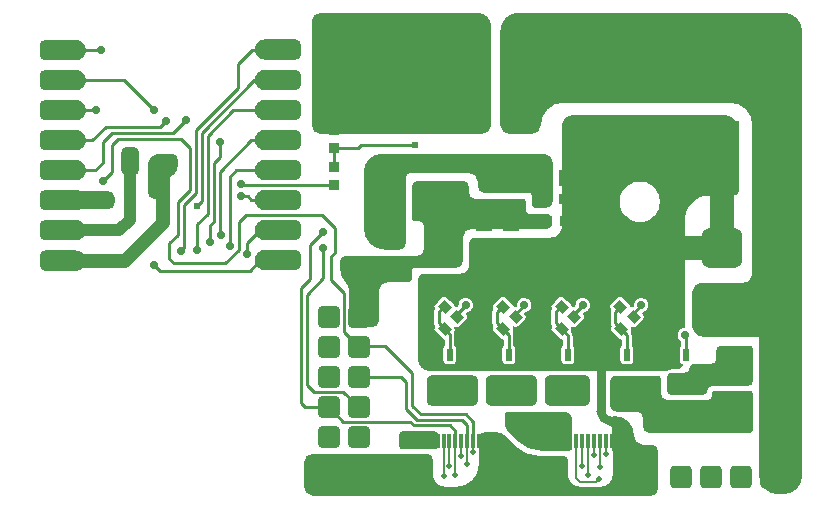
<source format=gtl>
G04 Layer: TopLayer*
G04 EasyEDA Pro v2.2.45.4, 2025-12-19 14:04:37*
G04 Gerber Generator version 0.3*
G04 Scale: 100 percent, Rotated: No, Reflected: No*
G04 Dimensions in millimeters*
G04 Leading zeros omitted, absolute positions, 4 integers and 5 decimals*
G04 Generated by one-click*
%FSLAX45Y45*%
%MOMM*%
%AMRoundRect*1,1,$1,$2,$3*1,1,$1,$4,$5*1,1,$1,0-$2,0-$3*1,1,$1,0-$4,0-$5*20,1,$1,$2,$3,$4,$5,0*20,1,$1,$4,$5,0-$2,0-$3,0*20,1,$1,0-$2,0-$3,0-$4,0-$5,0*20,1,$1,0-$4,0-$5,$2,$3,0*4,1,4,$2,$3,$4,$5,0-$2,0-$3,0-$4,0-$5,$2,$3,0*%
%AMRect*21,1,$1,$2,0,0,$3*%
%ADD10C,0.2032*%
%ADD11RoundRect,0.76X-0.57X-0.57X-0.57X0.57*%
%ADD12R,0.8X0.9*%
%ADD13R,1.21999X0.91001*%
%ADD14RoundRect,0.76X-0.57X0.57X0.57X0.57*%
%ADD15R,2.0X2.49999*%
%ADD16R,0.3X1.25001*%
%ADD17R,0.91001X1.21999*%
%ADD18R,1.6587X4.49999*%
%ADD19R,1.65001X4.49999*%
%ADD20Rect,0.80648X0.86401X45.0*%
%ADD21R,0.86401X0.80648*%
%ADD22R,1.35001X1.41*%
%ADD23R,1.41X1.35001*%
%ADD24R,0.532X1.07*%
%ADD25R,10.2X9.00001*%
%ADD26R,1.6X3.49999*%
%ADD27RoundRect,0.74X-0.555X-0.555X-0.555X0.555*%
%ADD28RoundRect,1.36X-1.02X-1.02X-1.02X1.02*%
%ADD29C,1.0*%
%ADD30C,0.7*%
%ADD31C,0.5*%
%ADD32C,0.61*%
%ADD33C,2.0*%
%ADD34C,0.19304*%
%ADD35C,0.254*%
%ADD36C,0.762*%
%ADD37C,1.2*%
G75*


G04 Copper Start*
G36*
G01X-3477260Y4610100D02*
G01X-3477260Y3771900D01*
G01X-3478916Y3757205D01*
G01X-3483800Y3743246D01*
G01X-3491668Y3730725D01*
G01X-3502125Y3720268D01*
G01X-3514646Y3712400D01*
G01X-3528605Y3707516D01*
G01X-3543300Y3705860D01*
G01X-4914900Y3705860D01*
G01X-4929595Y3707516D01*
G01X-4943554Y3712400D01*
G01X-4956075Y3720268D01*
G01X-4966532Y3730725D01*
G01X-4974400Y3743246D01*
G01X-4979284Y3757205D01*
G01X-4980940Y3771900D01*
G01X-4980940Y4648200D01*
G01X-4979284Y4662895D01*
G01X-4974400Y4676854D01*
G01X-4966532Y4689375D01*
G01X-4956075Y4699832D01*
G01X-4943554Y4707700D01*
G01X-4929595Y4712584D01*
G01X-4914900Y4714240D01*
G01X-3581400Y4714240D01*
G01X-3561083Y4712239D01*
G01X-3541547Y4706313D01*
G01X-3523543Y4696689D01*
G01X-3507762Y4683738D01*
G01X-3494811Y4667957D01*
G01X-3485187Y4649953D01*
G01X-3479261Y4630417D01*
G01X-3477260Y4610100D01*
G37*
G36*
G01X-1943100Y1712214D02*
G01X-1957810Y1710735D01*
G01X-1971931Y1706359D01*
G01X-1984899Y1699260D01*
G01X-3989400Y1699260D01*
G01X-4006927Y1700986D01*
G01X-4023780Y1706099D01*
G01X-4039312Y1714401D01*
G01X-4052926Y1725574D01*
G01X-4064099Y1739188D01*
G01X-4072401Y1754720D01*
G01X-4077514Y1771573D01*
G01X-4079240Y1789100D01*
G01X-4079240Y2092638D01*
G01X-3962194Y2092638D01*
G01X-3961084Y2082320D01*
G01X-3957805Y2072475D01*
G01X-3952507Y2063552D01*
G01X-3956568Y2054775D01*
G01X-3958132Y2045233D01*
G01X-3957087Y2035620D01*
G01X-3953508Y2026637D01*
G01X-3947656Y2018939D01*
G01X-3886561Y1957844D01*
G01X-3878093Y1951570D01*
G01X-3868165Y1948031D01*
G01X-3868165Y1909812D01*
G01X-3875643Y1901950D01*
G01X-3880422Y1892209D01*
G01X-3882066Y1881485D01*
G01X-3882066Y1774485D01*
G01X-3880313Y1763418D01*
G01X-3875226Y1753434D01*
G01X-3867303Y1745511D01*
G01X-3857319Y1740424D01*
G01X-3846252Y1738671D01*
G01X-3793051Y1738671D01*
G01X-3781984Y1740424D01*
G01X-3772000Y1745511D01*
G01X-3764077Y1753434D01*
G01X-3758990Y1763418D01*
G01X-3757237Y1774485D01*
G01X-3757237Y1881485D01*
G01X-3758881Y1892209D01*
G01X-3763660Y1901950D01*
G01X-3771137Y1909812D01*
G01X-3771137Y1998610D01*
G01X-3772246Y2008920D01*
G01X-3775520Y2018759D01*
G01X-3770421Y2028323D01*
G01X-3768417Y2038974D01*
G01X-3769691Y2049737D01*
G01X-3774126Y2059626D01*
G01X-3765336Y2055514D01*
G01X-3755766Y2053912D01*
G01X-3746117Y2054939D01*
G01X-3737098Y2058518D01*
G01X-3729371Y2064386D01*
G01X-3701119Y2092638D01*
G01X-3466894Y2092638D01*
G01X-3465784Y2082320D01*
G01X-3462505Y2072475D01*
G01X-3457207Y2063552D01*
G01X-3461268Y2054775D01*
G01X-3462832Y2045233D01*
G01X-3461787Y2035620D01*
G01X-3458208Y2026637D01*
G01X-3452356Y2018939D01*
G01X-3391261Y1957844D01*
G01X-3384484Y1952531D01*
G01X-3376634Y1948989D01*
G01X-3368165Y1947424D01*
G01X-3368165Y1909812D01*
G01X-3375643Y1901950D01*
G01X-3380422Y1892209D01*
G01X-3382066Y1881485D01*
G01X-3382066Y1774485D01*
G01X-3380313Y1763418D01*
G01X-3375226Y1753434D01*
G01X-3367303Y1745511D01*
G01X-3357319Y1740424D01*
G01X-3346252Y1738671D01*
G01X-3293051Y1738671D01*
G01X-3281984Y1740424D01*
G01X-3272000Y1745511D01*
G01X-3264077Y1753434D01*
G01X-3258990Y1763418D01*
G01X-3257237Y1774485D01*
G01X-3257237Y1881485D01*
G01X-3258881Y1892209D01*
G01X-3263660Y1901950D01*
G01X-3271137Y1909812D01*
G01X-3271137Y1993910D01*
G01X-3273154Y2007751D01*
G01X-3279036Y2020443D01*
G01X-3274641Y2029790D01*
G01X-3273097Y2040003D01*
G01X-3274531Y2050232D01*
G01X-3278826Y2059626D01*
G01X-3270036Y2055514D01*
G01X-3260466Y2053912D01*
G01X-3250817Y2054939D01*
G01X-3241798Y2058518D01*
G01X-3234071Y2064386D01*
G01X-3205819Y2092638D01*
G01X-2971594Y2092638D01*
G01X-2970484Y2082320D01*
G01X-2967205Y2072475D01*
G01X-2961907Y2063552D01*
G01X-2965968Y2054775D01*
G01X-2967532Y2045233D01*
G01X-2966487Y2035620D01*
G01X-2962908Y2026637D01*
G01X-2957056Y2018939D01*
G01X-2895961Y1957844D01*
G01X-2887825Y1951749D01*
G01X-2878304Y1948185D01*
G01X-2868165Y1947440D01*
G01X-2868165Y1909812D01*
G01X-2875643Y1901950D01*
G01X-2880422Y1892209D01*
G01X-2882066Y1881485D01*
G01X-2882066Y1774485D01*
G01X-2880313Y1763418D01*
G01X-2875226Y1753434D01*
G01X-2867303Y1745511D01*
G01X-2857319Y1740424D01*
G01X-2846252Y1738671D01*
G01X-2793051Y1738671D01*
G01X-2781984Y1740424D01*
G01X-2772000Y1745511D01*
G01X-2764077Y1753434D01*
G01X-2758990Y1763418D01*
G01X-2757237Y1774485D01*
G01X-2757237Y1881485D01*
G01X-2758881Y1892209D01*
G01X-2763660Y1901950D01*
G01X-2771137Y1909812D01*
G01X-2771137Y1989210D01*
G01X-2772533Y2000762D01*
G01X-2776639Y2011650D01*
G01X-2783220Y2021246D01*
G01X-2779140Y2030477D01*
G01X-2777798Y2040480D01*
G01X-2779299Y2050461D01*
G01X-2783526Y2059626D01*
G01X-2774736Y2055514D01*
G01X-2765166Y2053912D01*
G01X-2755517Y2054939D01*
G01X-2746498Y2058518D01*
G01X-2738771Y2064386D01*
G01X-2681744Y2121413D01*
G01X-2675158Y2130478D01*
G01X-2671696Y2141134D01*
G01X-2671696Y2152339D01*
G01X-2675158Y2162996D01*
G01X-2681744Y2172061D01*
G01X-2686621Y2176937D01*
G01X-2670585Y2180422D01*
G01X-2655781Y2187505D01*
G01X-2643006Y2197804D01*
G01X-2632944Y2210768D01*
G01X-2626136Y2225700D01*
G01X-2625258Y2230132D01*
G01X-2471945Y2230132D01*
G01X-2468915Y2219681D01*
G01X-2462886Y2210622D01*
G01X-2465658Y2201504D01*
G01X-2466594Y2192020D01*
G01X-2466594Y2092638D01*
G01X-2465484Y2082320D01*
G01X-2462205Y2072475D01*
G01X-2456907Y2063552D01*
G01X-2460968Y2054775D01*
G01X-2462532Y2045233D01*
G01X-2461487Y2035620D01*
G01X-2457908Y2026637D01*
G01X-2452056Y2018939D01*
G01X-2452056Y2018939D01*
G01X-2390961Y1957844D01*
G01X-2384269Y1952583D01*
G01X-2376525Y1949050D01*
G01X-2368165Y1947444D01*
G01X-2368165Y1909812D01*
G01X-2375643Y1901950D01*
G01X-2380422Y1892209D01*
G01X-2382066Y1881485D01*
G01X-2382066Y1774485D01*
G01X-2380313Y1763418D01*
G01X-2375226Y1753434D01*
G01X-2367303Y1745511D01*
G01X-2357319Y1740424D01*
G01X-2346252Y1738671D01*
G01X-2293051Y1738671D01*
G01X-2281984Y1740424D01*
G01X-2272000Y1745511D01*
G01X-2264077Y1753434D01*
G01X-2258990Y1763418D01*
G01X-2257237Y1774485D01*
G01X-2257237Y1881485D01*
G01X-2258881Y1892209D01*
G01X-2263660Y1901950D01*
G01X-2271137Y1909812D01*
G01X-2271137Y1994210D01*
G01X-2273090Y2007834D01*
G01X-2278790Y2020362D01*
G01X-2274363Y2029720D01*
G01X-2272797Y2039954D01*
G01X-2274225Y2050208D01*
G01X-2278526Y2059626D01*
G01X-2269736Y2055514D01*
G01X-2260166Y2053912D01*
G01X-2250517Y2054939D01*
G01X-2241498Y2058518D01*
G01X-2233771Y2064386D01*
G01X-2176744Y2121413D01*
G01X-2170158Y2130478D01*
G01X-2166696Y2141134D01*
G01X-2166696Y2152339D01*
G01X-2170158Y2162996D01*
G01X-2176744Y2172061D01*
G01X-2182952Y2178268D01*
G01X-2167829Y2183461D01*
G01X-2154257Y2191913D01*
G01X-2142927Y2203195D01*
G01X-2134417Y2216732D01*
G01X-2129161Y2231832D01*
G01X-2127426Y2247727D01*
G01X-2129302Y2263606D01*
G01X-2134692Y2278659D01*
G01X-2143322Y2292119D01*
G01X-2154751Y2303300D01*
G01X-2168398Y2311632D01*
G01X-2183566Y2316690D01*
G01X-2199482Y2318216D01*
G01X-2215335Y2316132D01*
G01X-2230316Y2310545D01*
G01X-2243662Y2301739D01*
G01X-2254692Y2290164D01*
G01X-2262844Y2276409D01*
G01X-2267703Y2261176D01*
G01X-2269020Y2245241D01*
G01X-2271631Y2242630D01*
G01X-2277620Y2240598D01*
G01X-2283157Y2237544D01*
G01X-2286692Y2247516D01*
G01X-2292986Y2256019D01*
G01X-2354081Y2317114D01*
G01X-2363146Y2323700D01*
G01X-2373802Y2327163D01*
G01X-2385007Y2327163D01*
G01X-2395664Y2323700D01*
G01X-2404729Y2317114D01*
G01X-2461756Y2260087D01*
G01X-2468192Y2251313D01*
G01X-2471696Y2241011D01*
G01X-2471945Y2230132D01*
G01X-2625258Y2230132D01*
G01X-2622948Y2241797D01*
G01X-2623551Y2258197D01*
G01X-2627913Y2274017D01*
G01X-2635799Y2288408D01*
G01X-2646785Y2300598D01*
G01X-2660283Y2309931D01*
G01X-2675566Y2315908D01*
G01X-2691815Y2318205D01*
G01X-2708156Y2316702D01*
G01X-2723712Y2311477D01*
G01X-2737648Y2302811D01*
G01X-2749215Y2291171D01*
G01X-2757793Y2277180D01*
G01X-2762919Y2261591D01*
G01X-2764320Y2245241D01*
G01X-2765982Y2243579D01*
G01X-2772856Y2243337D01*
G01X-2779557Y2241785D01*
G01X-2783080Y2249418D01*
G01X-2788286Y2256019D01*
G01X-2849381Y2317114D01*
G01X-2858446Y2323700D01*
G01X-2869102Y2327163D01*
G01X-2880307Y2327163D01*
G01X-2890964Y2323700D01*
G01X-2900029Y2317114D01*
G01X-2957056Y2260087D01*
G01X-2963632Y2251041D01*
G01X-2967098Y2240407D01*
G01X-2967114Y2229222D01*
G01X-2963679Y2218578D01*
G01X-2969573Y2205876D01*
G01X-2971594Y2192020D01*
G01X-2971594Y2092638D01*
G01X-2971594Y2092638D01*
G01X-3205819Y2092638D01*
G01X-3177044Y2121413D01*
G01X-3170458Y2130478D01*
G01X-3166996Y2141134D01*
G01X-3166996Y2152339D01*
G01X-3170458Y2162996D01*
G01X-3177044Y2172061D01*
G01X-3181921Y2176937D01*
G01X-3165885Y2180422D01*
G01X-3151081Y2187505D01*
G01X-3138306Y2197804D01*
G01X-3128244Y2210768D01*
G01X-3121436Y2225700D01*
G01X-3118248Y2241797D01*
G01X-3118851Y2258197D01*
G01X-3123213Y2274017D01*
G01X-3131099Y2288408D01*
G01X-3142085Y2300598D01*
G01X-3155583Y2309931D01*
G01X-3170866Y2315908D01*
G01X-3187115Y2318205D01*
G01X-3203456Y2316702D01*
G01X-3219012Y2311477D01*
G01X-3232948Y2302811D01*
G01X-3244515Y2291171D01*
G01X-3253093Y2277180D01*
G01X-3258219Y2261591D01*
G01X-3259620Y2245241D01*
G01X-3261282Y2243579D01*
G01X-3268156Y2243337D01*
G01X-3274857Y2241785D01*
G01X-3278380Y2249418D01*
G01X-3283586Y2256019D01*
G01X-3344681Y2317114D01*
G01X-3353746Y2323700D01*
G01X-3364402Y2327163D01*
G01X-3375607Y2327163D01*
G01X-3386264Y2323700D01*
G01X-3395329Y2317114D01*
G01X-3452356Y2260087D01*
G01X-3458932Y2251041D01*
G01X-3462398Y2240407D01*
G01X-3462414Y2229222D01*
G01X-3458979Y2218578D01*
G01X-3464873Y2205876D01*
G01X-3466894Y2192020D01*
G01X-3466894Y2092638D01*
G01X-3466894Y2092638D01*
G01X-3701119Y2092638D01*
G01X-3672344Y2121413D01*
G01X-3665758Y2130478D01*
G01X-3662296Y2141134D01*
G01X-3662296Y2152339D01*
G01X-3665758Y2162996D01*
G01X-3672344Y2172061D01*
G01X-3677221Y2176937D01*
G01X-3661185Y2180422D01*
G01X-3646381Y2187505D01*
G01X-3633606Y2197804D01*
G01X-3623544Y2210768D01*
G01X-3616736Y2225700D01*
G01X-3613548Y2241797D01*
G01X-3614151Y2258197D01*
G01X-3618513Y2274017D01*
G01X-3626399Y2288408D01*
G01X-3637385Y2300598D01*
G01X-3650883Y2309931D01*
G01X-3666166Y2315908D01*
G01X-3682415Y2318205D01*
G01X-3698756Y2316702D01*
G01X-3714312Y2311477D01*
G01X-3728248Y2302811D01*
G01X-3739815Y2291171D01*
G01X-3748393Y2277180D01*
G01X-3753519Y2261591D01*
G01X-3754920Y2245241D01*
G01X-3756582Y2243579D01*
G01X-3763456Y2243337D01*
G01X-3770157Y2241785D01*
G01X-3773680Y2249418D01*
G01X-3778886Y2256019D01*
G01X-3839981Y2317114D01*
G01X-3849046Y2323700D01*
G01X-3859702Y2327163D01*
G01X-3870907Y2327163D01*
G01X-3881564Y2323700D01*
G01X-3890629Y2317114D01*
G01X-3947656Y2260087D01*
G01X-3954232Y2251041D01*
G01X-3957698Y2240407D01*
G01X-3957714Y2229222D01*
G01X-3954279Y2218578D01*
G01X-3960173Y2205876D01*
G01X-3962194Y2192020D01*
G01X-3962194Y2092638D01*
G01X-3962194Y2092638D01*
G01X-4079240Y2092638D01*
G01X-4079240Y2401900D01*
G01X-4077514Y2419427D01*
G01X-4072401Y2436280D01*
G01X-4064099Y2451812D01*
G01X-4052926Y2465426D01*
G01X-4039312Y2476599D01*
G01X-4023780Y2484901D01*
G01X-4006927Y2490014D01*
G01X-3989400Y2491740D01*
G01X-1928008Y2491740D01*
G01X-1910481Y2490014D01*
G01X-1893627Y2484901D01*
G01X-1878095Y2476599D01*
G01X-1864481Y2465426D01*
G01X-1853308Y2451812D01*
G01X-1845006Y2436280D01*
G01X-1839894Y2419427D01*
G01X-1838168Y2401900D01*
G01X-1838168Y2064092D01*
G01X-1852034Y2060794D01*
G01X-1864960Y2054786D01*
G01X-1876420Y2046311D01*
G01X-1885951Y2035713D01*
G01X-1893167Y2023421D01*
G01X-1897775Y2009933D01*
G01X-1899589Y1995795D01*
G01X-1898534Y1981580D01*
G01X-1894654Y1967865D01*
G01X-1888107Y1955205D01*
G01X-1879156Y1944112D01*
G01X-1868165Y1935036D01*
G01X-1868165Y1909812D01*
G01X-1875642Y1901950D01*
G01X-1880422Y1892209D01*
G01X-1882066Y1881485D01*
G01X-1882066Y1774485D01*
G01X-1880719Y1764756D01*
G01X-1876780Y1755758D01*
G01X-1870545Y1748169D01*
G01X-1862482Y1742560D01*
G01X-1853199Y1739351D01*
G01X-1861278Y1728947D01*
G01X-1870791Y1719836D01*
G01X-1881534Y1712214D01*
G01X-1943100Y1712214D01*
G37*
G54D10*
G01X-3477260Y4610100D02*
G01X-3477260Y3771900D01*
G02X-3543300Y3705860I-66040J0D01*
G01X-4914900Y3705860D01*
G02X-4980940Y3771900I0J66040D01*
G01X-4980940Y4648200D01*
G02X-4914900Y4714240I66040J0D01*
G01X-3581400Y4714240D01*
G02X-3477260Y4610100I0J-104140D01*
G01X-1943100Y1712214D02*
G03X-1984899Y1699260I0J-73914D01*
G01X-3989400Y1699260D01*
G02X-4079240Y1789100I0J89840D01*
G01X-4079240Y2401900D01*
G02X-3989400Y2491740I89840J0D01*
G01X-1928008Y2491740D01*
G02X-1838168Y2401900I0J-89840D01*
G01X-1838168Y2064092D01*
G03X-1897775Y2009933I9368J-70192D01*
G03X-1868165Y1935036I68975J-16033D01*
G01X-1868165Y1909812D01*
G03X-1882066Y1881485I21914J-28327D01*
G01X-1882066Y1774485D01*
G03X-1853199Y1739351I35814J0D01*
G02X-1881534Y1712214I-74808J49749D01*
G01X-1943100Y1712214D01*
G01X-3962194Y2092638D02*
G03X-3952507Y2063552I48514J0D01*
G03X-3947656Y2018939I30176J-19288D01*
G01X-3886561Y1957844D01*
G03X-3868165Y1948031I25324J25324D01*
G01X-3868165Y1909812D01*
G03X-3882066Y1881485I21914J-28327D01*
G01X-3882066Y1774485D01*
G03X-3846252Y1738671I35814J0D01*
G01X-3793051Y1738671D01*
G03X-3757237Y1774485I0J35814D01*
G01X-3757237Y1881485D01*
G03X-3771137Y1909812I-35814J0D01*
G01X-3771137Y1998610D01*
G03X-3775520Y2018759I-48514J0D01*
G03X-3774126Y2059626I-28691J21436D01*
G03X-3729371Y2064386I19430J30085D01*
G01X-3672344Y2121413D01*
G03X-3672344Y2172061I-25324J25324D01*
G01X-3677221Y2176937D01*
G03X-3637385Y2300598I-6919J70475D01*
G03X-3754920Y2245241I-46754J-53185D01*
G01X-3756582Y2243579D01*
G03X-3770157Y2241785I-2181J-35748D01*
G03X-3778886Y2256019I-34054J-11090D01*
G01X-3839981Y2317114D01*
G03X-3890629Y2317114I-25324J-25324D01*
G01X-3947656Y2260087D01*
G03X-3954279Y2218578I25324J-25324D01*
G03X-3962194Y2192020I40599J-26558D01*
G01X-3962194Y2092638D01*
G01X-3466894Y2092638D02*
G03X-3457207Y2063552I48514J0D01*
G03X-3452356Y2018939I30176J-19288D01*
G01X-3391261Y1957844D01*
G03X-3368165Y1947424I25324J25324D01*
G01X-3368165Y1909812D01*
G03X-3382066Y1881485I21914J-28327D01*
G01X-3382066Y1774485D01*
G03X-3346252Y1738671I35814J0D01*
G01X-3293051Y1738671D01*
G03X-3257237Y1774485I0J35814D01*
G01X-3257237Y1881485D01*
G03X-3271137Y1909812I-35814J0D01*
G01X-3271137Y1993910D01*
G03X-3279036Y2020443I-48514J0D01*
G03X-3278826Y2059626I-29874J19753D01*
G03X-3234071Y2064386I19430J30085D01*
G01X-3177044Y2121413D01*
G03X-3177044Y2172061I-25324J25324D01*
G01X-3181921Y2176937D01*
G03X-3142085Y2300598I-6919J70475D01*
G03X-3259620Y2245241I-46754J-53185D01*
G01X-3261282Y2243579D01*
G03X-3274857Y2241785I-2181J-35748D01*
G03X-3283586Y2256019I-34054J-11090D01*
G01X-3344681Y2317114D01*
G03X-3395329Y2317114I-25324J-25324D01*
G01X-3452356Y2260087D01*
G03X-3458979Y2218578I25324J-25324D01*
G03X-3466894Y2192020I40599J-26558D01*
G01X-3466894Y2092638D01*
G01X-2971594Y2092638D02*
G03X-2961907Y2063552I48514J0D01*
G03X-2957056Y2018939I30176J-19288D01*
G01X-2895961Y1957844D01*
G03X-2868165Y1947440I25324J25324D01*
G01X-2868165Y1909812D01*
G03X-2882066Y1881485I21914J-28327D01*
G01X-2882066Y1774485D01*
G03X-2846252Y1738671I35814J0D01*
G01X-2793051Y1738671D01*
G03X-2757237Y1774485I0J35814D01*
G01X-2757237Y1881485D01*
G03X-2771137Y1909812I-35814J0D01*
G01X-2771137Y1989210D01*
G03X-2783220Y2021246I-48514J0D01*
G03X-2783526Y2059626I-30391J18949D01*
G03X-2738771Y2064386I19430J30085D01*
G01X-2681744Y2121413D01*
G03X-2681744Y2172061I-25324J25324D01*
G01X-2686621Y2176937D01*
G03X-2646785Y2300598I-6919J70475D01*
G03X-2764320Y2245241I-46754J-53185D01*
G01X-2765982Y2243579D01*
G03X-2779557Y2241785I-2181J-35748D01*
G03X-2788286Y2256019I-34054J-11090D01*
G01X-2849381Y2317114D01*
G03X-2900029Y2317114I-25324J-25324D01*
G01X-2957056Y2260087D01*
G03X-2963679Y2218578I25324J-25324D01*
G03X-2971594Y2192020I40599J-26558D01*
G01X-2971594Y2092638D01*
G01X-2452056Y2018939D02*
G01X-2390961Y1957844D01*
G03X-2368165Y1947444I25324J25324D01*
G01X-2368165Y1909812D01*
G03X-2382066Y1881485I21914J-28327D01*
G01X-2382066Y1774485D01*
G03X-2346252Y1738671I35814J0D01*
G01X-2293051Y1738671D01*
G03X-2257237Y1774485I0J35814D01*
G01X-2257237Y1881485D01*
G03X-2271137Y1909812I-35814J0D01*
G01X-2271137Y1994210D01*
G03X-2278790Y2020362I-48514J0D01*
G03X-2278526Y2059626I-29821J19833D01*
G03X-2233771Y2064386I19430J30085D01*
G01X-2176744Y2121413D01*
G03X-2176744Y2172061I-25324J25324D01*
G01X-2182952Y2178268D01*
G03X-2154751Y2303300I-15288J69144D01*
G03X-2269020Y2245241I-43488J-55887D01*
G01X-2271631Y2242630D01*
G03X-2283157Y2237544I8468J-34798D01*
G03X-2292986Y2256019I-35153J-6849D01*
G01X-2354081Y2317114D01*
G03X-2404729Y2317114I-25324J-25324D01*
G01X-2461756Y2260087D01*
G03X-2462886Y2210622I25324J-25324D01*
G03X-2466594Y2192020I44806J-18602D01*
G01X-2466594Y2092638D01*
G03X-2456907Y2063552I48514J0D01*
G03X-2452056Y2018939I30176J-19288D01*
G04 Copper End*

G04 PolygonModel Start*
G36*
G01X-1828800Y2971800D02*
G01X-1828800Y2362200D01*
G01X-1830710Y2345244D01*
G01X-1836346Y2329138D01*
G01X-1845424Y2314690D01*
G01X-1857490Y2302624D01*
G01X-1871938Y2293546D01*
G01X-1888044Y2287910D01*
G01X-1905000Y2286000D01*
G01X-1955800Y2286000D01*
G01X-1957676Y2309841D01*
G01X-1963259Y2333094D01*
G01X-1972411Y2355188D01*
G01X-1984906Y2375578D01*
G01X-2000437Y2393763D01*
G01X-2018622Y2409294D01*
G01X-2039012Y2421789D01*
G01X-2061106Y2430941D01*
G01X-2084359Y2436524D01*
G01X-2108200Y2438400D01*
G01X-3886200Y2438400D01*
G01X-3899348Y2436669D01*
G01X-3911600Y2431594D01*
G01X-3922121Y2423521D01*
G01X-3930194Y2413000D01*
G01X-3935269Y2400748D01*
G01X-3937000Y2387600D01*
G01X-3938910Y2370644D01*
G01X-3944546Y2354538D01*
G01X-3953624Y2340090D01*
G01X-3965690Y2328024D01*
G01X-3980138Y2318946D01*
G01X-3996244Y2313310D01*
G01X-4013200Y2311400D01*
G01X-4064000Y2311400D01*
G01X-4073720Y2313333D01*
G01X-4081961Y2318839D01*
G01X-4087467Y2327080D01*
G01X-4089400Y2336800D01*
G01X-4089400Y2463800D01*
G01X-4087669Y2476948D01*
G01X-4082594Y2489200D01*
G01X-4074521Y2499721D01*
G01X-4064000Y2507794D01*
G01X-4051748Y2512869D01*
G01X-4038600Y2514600D01*
G01X-3733800Y2514600D01*
G01X-3716844Y2516510D01*
G01X-3700738Y2522146D01*
G01X-3686290Y2531224D01*
G01X-3674224Y2543290D01*
G01X-3665146Y2557738D01*
G01X-3659510Y2573844D01*
G01X-3657600Y2590800D01*
G01X-3657600Y2768600D01*
G01X-3655869Y2781748D01*
G01X-3650794Y2794000D01*
G01X-3642721Y2804521D01*
G01X-3632200Y2812594D01*
G01X-3619948Y2817669D01*
G01X-3606800Y2819400D01*
G01X-2971800Y2819400D01*
G01X-2951979Y2821352D01*
G01X-2932919Y2827134D01*
G01X-2915354Y2836523D01*
G01X-2899958Y2849158D01*
G01X-2887323Y2864554D01*
G01X-2877934Y2882119D01*
G01X-2872152Y2901179D01*
G01X-2870200Y2921000D01*
G01X-2870200Y3136904D01*
G01X-2379325Y3136904D01*
G01X-2379325Y3111496D01*
G01X-2375538Y3086371D01*
G01X-2368048Y3062092D01*
G01X-2357024Y3039200D01*
G01X-2342711Y3018207D01*
G01X-2325429Y2999581D01*
G01X-2305564Y2983739D01*
G01X-2283560Y2971035D01*
G01X-2259908Y2961753D01*
G01X-2235137Y2956099D01*
G01X-2209800Y2954200D01*
G01X-2184463Y2956099D01*
G01X-2159692Y2961753D01*
G01X-2136040Y2971035D01*
G01X-2114036Y2983739D01*
G01X-2094171Y2999581D01*
G01X-2076889Y3018207D01*
G01X-2062576Y3039200D01*
G01X-2051552Y3062092D01*
G01X-2044062Y3086371D01*
G01X-2040275Y3111496D01*
G01X-2040275Y3136904D01*
G01X-2044062Y3162029D01*
G01X-2051552Y3186308D01*
G01X-2062576Y3209200D01*
G01X-2076889Y3230193D01*
G01X-2094171Y3248819D01*
G01X-2114036Y3264661D01*
G01X-2136040Y3277365D01*
G01X-2159692Y3286647D01*
G01X-2184463Y3292301D01*
G01X-2209800Y3294200D01*
G01X-2209800Y3294200D01*
G01X-2235137Y3292301D01*
G01X-2259908Y3286647D01*
G01X-2283560Y3277365D01*
G01X-2305564Y3264661D01*
G01X-2325429Y3248819D01*
G01X-2342711Y3230193D01*
G01X-2357024Y3209200D01*
G01X-2368048Y3186308D01*
G01X-2375538Y3162029D01*
G01X-2379325Y3136904D01*
G01X-2870200Y3136904D01*
G01X-2870200Y3759200D01*
G01X-2868248Y3779021D01*
G01X-2862466Y3798081D01*
G01X-2853077Y3815646D01*
G01X-2840442Y3831042D01*
G01X-2825046Y3843677D01*
G01X-2807481Y3853066D01*
G01X-2788421Y3858848D01*
G01X-2768600Y3860800D01*
G01X-1498600Y3860800D01*
G01X-1476547Y3858871D01*
G01X-1455163Y3853141D01*
G01X-1435100Y3843785D01*
G01X-1416966Y3831088D01*
G01X-1401312Y3815434D01*
G01X-1388615Y3797300D01*
G01X-1379259Y3777237D01*
G01X-1373529Y3755853D01*
G01X-1371600Y3733800D01*
G01X-1371600Y3225800D01*
G01X-1373331Y3212652D01*
G01X-1378406Y3200400D01*
G01X-1386479Y3189879D01*
G01X-1397000Y3181806D01*
G01X-1409252Y3176731D01*
G01X-1422400Y3175000D01*
G01X-1625600Y3175000D01*
G01X-1652123Y3173262D01*
G01X-1678192Y3168076D01*
G01X-1703361Y3159532D01*
G01X-1727200Y3147776D01*
G01X-1749300Y3133009D01*
G01X-1769284Y3115484D01*
G01X-1786809Y3095500D01*
G01X-1801576Y3073400D01*
G01X-1813332Y3049561D01*
G01X-1821876Y3024392D01*
G01X-1827062Y2998323D01*
G01X-1828800Y2971800D01*
G37*
G36*
G01X-2857500Y3962400D02*
G03X-3048000Y3771900I0J-190500D01*
G02X-3124200Y3695700I-76200J0D01*
G01X-3314700Y3695700D01*
G02X-3390900Y3771900I0J76200D01*
G01X-3390900Y4572000D01*
G02X-3238500Y4724400I152400J0D01*
G01X-993140Y4724400D01*
G02X-835660Y4566920I0J-157480D01*
G01X-835660Y805180D01*
G02X-993140Y647700I-157480J0D01*
G01X-1043940Y647700D01*
G02X-1201420Y805180I0J157480D01*
G01X-1201420Y1981200D01*
G01X-1676400Y1981200D01*
G02X-1747276Y2017797I4135J94939D01*
G02X-1765300Y2095500I75011J58342D01*
G01X-1765300Y2361178D01*
G02X-1688078Y2438400I77222J0D01*
G01X-1333500Y2438400D01*
G03X-1306180Y2442589I2650J73892D01*
G03X-1282308Y2456519I-24670J69702D01*
G03X-1257300Y2504722I-48543J55773D01*
G01X-1257300Y3771900D01*
G03X-1447800Y3962400I-190500J0D01*
G01X-2857500Y3962400D01*
G37*
G36*
G01X-1252220Y1877060D02*
G01X-1252220Y1605280D01*
G02X-1295400Y1562100I-43180J0D01*
G01X-1600200Y1562100D01*
G03X-1638300Y1524000I0J-38100D01*
G02X-1676400Y1485900I-38100J0D01*
G01X-1943100Y1485900D01*
G02X-1981200Y1524000I0J38100D01*
G01X-1981200Y1638300D01*
G02X-1943100Y1676400I38100J0D01*
G01X-1826701Y1676400D01*
G03X-1788601Y1714500I0J38100D01*
G02X-1750501Y1752600I38100J0D01*
G01X-1600200Y1752600D01*
G03X-1562100Y1790700I0J38100D01*
G01X-1562100Y1866900D01*
G02X-1524000Y1905000I38100J0D01*
G01X-1280160Y1905000D01*
G02X-1252220Y1877060I0J-27940D01*
G37*
G36*
G01X-2057400Y1651000D02*
G02X-2032000Y1625600I0J-25400D01*
G01X-2032000Y1498600D01*
G03X-1981200Y1447800I50800J0D01*
G01X-1625600Y1447800D01*
G03X-1600200Y1473200I0J25400D01*
G01X-1600200Y1498600D01*
G02X-1574800Y1524000I25400J0D01*
G01X-1280160Y1524000D01*
G02X-1252220Y1496060I0J-27940D01*
G01X-1252220Y1186180D01*
G02X-1270000Y1168400I-17780J0D01*
G01X-2133600Y1168400D01*
G02X-2184400Y1219200I0J50800D01*
G01X-2184400Y1295400D01*
G03X-2235200Y1346200I-50800J0D01*
G01X-2409702Y1346200D01*
G02X-2463800Y1397000I-470J53704D01*
G01X-2463800Y1600946D01*
G02X-2411120Y1651000I52304J-2299D01*
G01X-2057400Y1651000D01*
G37*
G36*
G01X-2781300Y1282700D02*
G03X-2844800Y1346200I-63500J0D01*
G01X-3327400Y1346200D01*
G03X-3352800Y1320800I0J-25400D01*
G01X-3352800Y1242678D01*
G03X-3327400Y1181357I86721J0D01*
G01X-3242683Y1096640D01*
G03X-3048000Y1016000I194683J194683D01*
G01X-2803801Y1016000D01*
G03X-2781300Y1038501I0J22501D01*
G01X-2781300Y1282700D01*
G37*
G36*
G01X-3916680Y1153160D02*
G03X-3942080Y1178560I-25400J0D01*
G01X-4221480Y1178560D01*
G03X-4246880Y1153160I0J-25400D01*
G01X-4246880Y1051560D01*
G03X-4221480Y1026160I25400J0D01*
G01X-3942080Y1026160D01*
G03X-3916680Y1051560I0J25400D01*
G01X-3916680Y1153160D01*
G37*
G36*
G01X-2057400Y685800D02*
G02X-2108200Y635000I-50800J0D01*
G01X-4978400Y635000D01*
G02X-5054600Y711200I0J76200D01*
G01X-5054600Y914400D01*
G02X-4978400Y990600I76200J0D01*
G01X-4013200Y990600D01*
G02X-3962400Y939800I0J-50800D01*
G01X-3962400Y812800D01*
G03X-3860800Y711200I101600J0D01*
G01X-3759200Y711200D01*
G03X-3573780Y896620I0J185420D01*
G01X-3573780Y1127760D01*
G02X-3530600Y1170940I43180J0D01*
G01X-3420253Y1170940D01*
G02X-3352800Y1143000I0J-95393D01*
G01X-3265741Y1055941D01*
G03X-3058937Y970280I206803J206804D01*
G01X-2849880Y970280D01*
G02X-2819400Y939800I0J-30480D01*
G01X-2819400Y812800D01*
G03X-2717800Y711200I101600J0D01*
G01X-2540000Y711200D01*
G03X-2438400Y812800I0J101600D01*
G01X-2438400Y1013460D01*
G03X-2446020Y1021080I-7620J0D01*
G01X-2446020Y1179723D01*
G02X-2406543Y1219200I39477J0D01*
G01X-2336800Y1219200D01*
G02X-2260600Y1143000I0J-76200D01*
G03X-2184400Y1066800I76200J0D01*
G01X-2108200Y1066800D01*
G02X-2057400Y1016000I0J-50800D01*
G01X-2057400Y685800D01*
G37*
G36*
G01X-6273800Y3149600D02*
G01X-6324600Y3149600D01*
G02X-6375400Y3200400I0J50800D01*
G01X-6375400Y3429000D01*
G02X-6273800Y3530600I101600J0D01*
G01X-6172200Y3530600D01*
G02X-6121400Y3479800I0J-50800D01*
G01X-6121400Y3429000D01*
G02X-6223000Y3327400I-101600J0D01*
G01X-6223000Y3200400D01*
G02X-6273800Y3149600I-50800J0D01*
G37*
G36*
G01X-3124200Y3175000D02*
G03X-3149600Y3200400I-25400J0D01*
G01X-3530600Y3200400D01*
G02X-3581400Y3251200I0J50800D01*
G01X-3581400Y3291840D01*
G03X-3657600Y3368040I-76200J0D01*
G01X-4150360Y3368040D01*
G03X-4191000Y3327400I0J-40640D01*
G01X-4191000Y2768600D01*
G02X-4241800Y2717800I-50800J0D01*
G01X-4368800Y2717800D01*
G02X-4546600Y2895600I0J177800D01*
G01X-4546600Y3378200D01*
G02X-4394200Y3530600I152400J0D01*
G01X-3022600Y3530600D01*
G02X-2946400Y3454400I0J-76200D01*
G01X-2946400Y3124200D01*
G02X-2997200Y3073400I-50800J0D01*
G01X-3098800Y3073400D01*
G02X-3124200Y3098800I0J25400D01*
G01X-3124200Y3175000D01*
G37*
G36*
G01X-3657600Y3200400D02*
G03X-3606800Y3149600I50800J0D01*
G01X-3200400Y3149600D01*
G02X-3175000Y3124200I0J-25400D01*
G01X-3175000Y3048000D01*
G03X-3149600Y3022600I25400J0D01*
G01X-2997200Y3022600D01*
G02X-2961640Y2987040I0J-35560D01*
G01X-2961640Y2921000D01*
G02X-2987040Y2895600I-25400J0D01*
G01X-3632200Y2895600D01*
G03X-3708400Y2819400I0J-76200D01*
G01X-3708400Y2616200D01*
G02X-3759200Y2565400I-50800J0D01*
G01X-4114800Y2565400D01*
G03X-4140200Y2540000I0J-25400D01*
G01X-4140200Y2468880D01*
G02X-4165600Y2443480I-25400J0D01*
G01X-4343400Y2443480D01*
G03X-4419600Y2367280I0J-76200D01*
G01X-4419600Y2113280D01*
G02X-4470400Y2062480I-50800J0D01*
G01X-4673600Y2062480D01*
G01X-4673600Y2377079D01*
G03X-4699000Y2438400I-86721J0D01*
G02X-4749800Y2561042I122642J122642D01*
G01X-4749800Y2616200D01*
G02X-4699000Y2667000I50800J0D01*
G01X-4089400Y2667000D01*
G03X-4038600Y2717800I0J50800D01*
G01X-4038600Y2921000D01*
G03X-4075635Y2958035I-37035J0D01*
G01X-4114800Y2958035D01*
G02X-4140200Y2983435I0J25400D01*
G01X-4140200Y3251200D01*
G02X-4089400Y3302000I50800J0D01*
G01X-3708400Y3302000D01*
G02X-3657600Y3251200I0J-50800D01*
G01X-3657600Y3200400D01*
G37*

G04 Rect Start*
G36*
G01X-4015740Y1437000D02*
G01X-4015740Y1613540D01*
G02X-3975740Y1653540I40000J0D01*
G01X-3621400Y1653540D01*
G02X-3581400Y1613540I0J-40000D01*
G01X-3581400Y1437000D01*
G02X-3621400Y1397000I-40000J0D01*
G01X-3975740Y1397000D01*
G02X-4015740Y1437000I0J40000D01*
G37*
G36*
G01X-3515740Y1437000D02*
G01X-3515740Y1613540D01*
G02X-3475740Y1653540I40000J0D01*
G01X-3121400Y1653540D01*
G02X-3081400Y1613540I0J-40000D01*
G01X-3081400Y1437000D01*
G02X-3121400Y1397000I-40000J0D01*
G01X-3475740Y1397000D01*
G02X-3515740Y1437000I0J40000D01*
G37*
G36*
G01X-3015740Y1437000D02*
G01X-3015740Y1613540D01*
G02X-2975740Y1653540I40000J0D01*
G01X-2672200Y1653540D01*
G02X-2632200Y1613540I0J-40000D01*
G01X-2632200Y1437000D01*
G02X-2672200Y1397000I-40000J0D01*
G01X-2975740Y1397000D01*
G02X-3015740Y1437000I0J40000D01*
G37*
G36*
G01X-7030720Y3110700D02*
G01X-7030720Y3163100D01*
G02X-6980720Y3213100I50000J0D01*
G01X-6707340Y3213100D01*
G02X-6657340Y3163100I0J-50000D01*
G01X-6657340Y3110700D01*
G02X-6707340Y3060700I-50000J0D01*
G01X-6980720Y3060700D01*
G02X-7030720Y3110700I0J50000D01*
G37*
G36*
G01X-6551460Y3589295D02*
G01X-6499060Y3589295D01*
G02X-6449060Y3539295I0J-50000D01*
G01X-6449060Y3392915D01*
G02X-6499060Y3342915I-50000J0D01*
G01X-6551460Y3342915D01*
G02X-6601460Y3392915I0J50000D01*
G01X-6601460Y3539295D01*
G02X-6551460Y3589295I50000J0D01*
G37*
G04 Rect End*

G04 Pad Start*
G54D11*
G01X-1861091Y789705D03*
G01X-1353091Y789705D03*
G01X-1607091Y789705D03*
G54D12*
G01X-2858618Y3149600D03*
G01X-2998622Y3149600D03*
G01X-2850998Y2956560D03*
G01X-2991002Y2956560D03*
G54D13*
G01X-3263900Y3783010D03*
G01X-3263900Y3455990D03*
G54D14*
G01X-1095384Y1746004D03*
G01X-1095384Y1414904D03*
G01X-1095384Y791704D03*
G01X-1349384Y1746004D03*
G54D15*
G01X-2277938Y845033D03*
G01X-2965947Y841527D03*
G54D16*
G01X-2446949Y1099033D03*
G01X-2496936Y1099033D03*
G01X-2546949Y1099033D03*
G01X-2596936Y1099033D03*
G01X-2646949Y1099033D03*
G01X-2696936Y1099033D03*
G01X-2746949Y1099033D03*
G01X-2796936Y1099033D03*
G54D15*
G01X-3403158Y845033D03*
G01X-4091167Y841527D03*
G54D16*
G01X-3572169Y1099033D03*
G01X-3622156Y1099033D03*
G01X-3672169Y1099033D03*
G01X-3722156Y1099033D03*
G01X-3772169Y1099033D03*
G01X-3822156Y1099033D03*
G01X-3872169Y1099033D03*
G01X-3922156Y1099033D03*
G54D14*
G01X-1349384Y1414904D03*
G54D17*
G01X-3946210Y2806700D03*
G01X-4273230Y2806700D03*
G54D19*
G01X-2590800Y3588601D03*
G01X-2590800Y4488599D03*
G01X-1447800Y3588601D03*
G01X-1447800Y4488599D03*
G54D20*
G01X-3367971Y2042229D03*
G01X-3261429Y2148771D03*
G01X-3367971Y2232729D03*
G01X-3261429Y2339271D03*
G01X-2872671Y2042229D03*
G01X-2766129Y2148771D03*
G01X-2872671Y2232729D03*
G01X-2766129Y2339271D03*
G01X-3863271Y2042229D03*
G01X-3756729Y2148771D03*
G01X-3863271Y2232729D03*
G01X-3756729Y2339271D03*
G01X-2367671Y2042229D03*
G01X-2261129Y2148771D03*
G01X-2377371Y2232729D03*
G01X-2270829Y2339271D03*
G54D21*
G01X-4800600Y3418216D03*
G01X-4800600Y3267544D03*
G01X-4800600Y3582264D03*
G01X-4800600Y3732936D03*
G54D22*
G01X-3530600Y2944800D03*
G01X-3530600Y2744800D03*
G54D23*
G01X-3028620Y3327400D03*
G01X-2828620Y3327400D03*
G54D22*
G01X-3302000Y2944800D03*
G01X-3302000Y2744800D03*
G54D24*
G01X-3414647Y1600985D03*
G01X-3509643Y1827985D03*
G01X-3319651Y1827985D03*
G01X-2914647Y1600985D03*
G01X-3009643Y1827985D03*
G01X-2819651Y1827985D03*
G01X-3914647Y1600985D03*
G01X-4009643Y1827985D03*
G01X-3819651Y1827985D03*
G01X-2414647Y1600985D03*
G01X-2509643Y1827985D03*
G01X-2319651Y1827985D03*
G01X-1914647Y1600985D03*
G01X-2009643Y1827985D03*
G01X-1819651Y1827985D03*
G54D25*
G01X-4114800Y4210050D03*
G54D26*
G01X-3860800Y3130550D03*
G01X-4368800Y3130550D03*
G54D27*
G01X-4589784Y878782D03*
G01X-4589784Y1132782D03*
G01X-4589784Y1386782D03*
G01X-4589784Y1640782D03*
G01X-4589784Y1894782D03*
G01X-4589784Y2148782D03*
G01X-4843784Y878782D03*
G01X-4843784Y1132782D03*
G01X-4843784Y1386782D03*
G01X-4843784Y1640782D03*
G01X-4843784Y1894782D03*
G01X-4843784Y2148782D03*
G54D28*
G01X-1514884Y2229617D03*
G01X-1514884Y2730505D03*
G36*
G01X-7243633Y2538435D02*
G02X-7291202Y2586004I1142J48711D01*
G01X-7291202Y2667979D01*
G02X-7241632Y2711765I47192J-3475D01*
G01X-6986627Y2711765D01*
G02X-6899297Y2624435I0J-87330D01*
G02X-6985296Y2538435I-86000J0D01*
G01X-7243633Y2538435D01*
G37*
G36*
G01X-7243631Y2796434D02*
G02X-7291200Y2844003I1142J48711D01*
G01X-7291200Y2925979D01*
G02X-7241631Y2969764I47192J-3475D01*
G01X-6986625Y2969764D01*
G02X-6899295Y2882434I0J-87330D01*
G02X-6985295Y2796434I-86000J0D01*
G01X-7243631Y2796434D01*
G37*
G36*
G01X-7243631Y3050434D02*
G02X-7291200Y3098003I1142J48711D01*
G01X-7291200Y3179978D01*
G02X-7241631Y3223764I47192J-3475D01*
G01X-6986625Y3223764D01*
G02X-6899295Y3136434I0J-87330D01*
G02X-6985295Y3050434I-86000J0D01*
G01X-7243631Y3050434D01*
G37*
G36*
G01X-7243631Y3304433D02*
G02X-7291200Y3352002I1142J48711D01*
G01X-7291200Y3433978D01*
G02X-7241631Y3477763I47192J-3475D01*
G01X-6986625Y3477763D01*
G02X-6899295Y3390433I0J-87330D01*
G02X-6985295Y3304433I-86000J0D01*
G01X-7243631Y3304433D01*
G37*
G36*
G01X-7243631Y3558433D02*
G02X-7291200Y3606002I1142J48711D01*
G01X-7291200Y3687977D01*
G02X-7241631Y3731763I47192J-3475D01*
G01X-6986625Y3731763D01*
G02X-6899295Y3644433I0J-87330D01*
G02X-6985295Y3558433I-86000J0D01*
G01X-7243631Y3558433D01*
G37*
G36*
G01X-7243631Y3812432D02*
G02X-7291200Y3860001I1142J48711D01*
G01X-7291200Y3941977D01*
G02X-7241631Y3985762I47192J-3475D01*
G01X-6986625Y3985762D01*
G02X-6899295Y3898432I0J-87330D01*
G02X-6985295Y3812432I-86000J0D01*
G01X-7243631Y3812432D01*
G37*
G36*
G01X-7243631Y4066432D02*
G02X-7291200Y4114001I1142J48711D01*
G01X-7291200Y4195976D01*
G02X-7241631Y4239762I47192J-3475D01*
G01X-6986625Y4239762D01*
G02X-6899295Y4152432I0J-87330D01*
G02X-6985295Y4066432I-86000J0D01*
G01X-7243631Y4066432D01*
G37*
G36*
G01X-7243631Y4320431D02*
G02X-7291200Y4368000I1142J48711D01*
G01X-7291200Y4449976D01*
G02X-7241631Y4493761I47192J-3475D01*
G01X-6986625Y4493761D01*
G02X-6899295Y4406431I0J-87330D01*
G02X-6985295Y4320431I-86000J0D01*
G01X-7243631Y4320431D01*
G37*
G36*
G01X-5126169Y2716569D02*
G02X-5078600Y2669000I-1142J-48711D01*
G01X-5078600Y2587025D01*
G02X-5128169Y2543239I-47192J3475D01*
G01X-5383175Y2543239D01*
G02X-5470505Y2630569I0J87330D01*
G02X-5384505Y2716569I86000J0D01*
G01X-5126169Y2716569D01*
G37*
G36*
G01X-5126169Y2970569D02*
G02X-5078600Y2922999I-1142J-48711D01*
G01X-5078600Y2841024D01*
G02X-5128169Y2797239I-47192J3475D01*
G01X-5383175Y2797239D01*
G02X-5470505Y2884569I0J87330D01*
G02X-5384505Y2970569I86000J0D01*
G01X-5126169Y2970569D01*
G37*
G36*
G01X-5126169Y3224568D02*
G02X-5078600Y3176999I-1142J-48711D01*
G01X-5078600Y3095024D01*
G02X-5128169Y3051238I-47192J3475D01*
G01X-5383175Y3051238D01*
G02X-5470505Y3138568I0J87330D01*
G02X-5384505Y3224568I86000J0D01*
G01X-5126169Y3224568D01*
G37*
G36*
G01X-5126169Y3478568D02*
G02X-5078600Y3430998I-1142J-48711D01*
G01X-5078600Y3349023D01*
G02X-5128169Y3305237I-47192J3475D01*
G01X-5383175Y3305237D01*
G02X-5470505Y3392568I0J87330D01*
G02X-5384505Y3478568I86000J0D01*
G01X-5126169Y3478568D01*
G37*
G36*
G01X-5126169Y3732567D02*
G02X-5078600Y3684998I-1142J-48711D01*
G01X-5078600Y3603023D01*
G02X-5128169Y3559237I-47192J3475D01*
G01X-5383175Y3559237D01*
G02X-5470505Y3646567I0J87330D01*
G02X-5384505Y3732567I86000J0D01*
G01X-5126169Y3732567D01*
G37*
G36*
G01X-5126169Y3986567D02*
G02X-5078600Y3938997I-1142J-48711D01*
G01X-5078600Y3857022D01*
G02X-5128169Y3813236I-47192J3475D01*
G01X-5383175Y3813236D01*
G02X-5470505Y3900567I0J87330D01*
G02X-5384505Y3986567I86000J0D01*
G01X-5126169Y3986567D01*
G37*
G36*
G01X-5126169Y4240566D02*
G02X-5078600Y4192997I-1142J-48711D01*
G01X-5078600Y4111022D01*
G02X-5128169Y4067236I-47192J3475D01*
G01X-5383175Y4067236D01*
G02X-5470505Y4154566I0J87330D01*
G02X-5384505Y4240566I86000J0D01*
G01X-5126169Y4240566D01*
G37*
G36*
G01X-5126167Y4498566D02*
G02X-5078598Y4450996I-1142J-48711D01*
G01X-5078598Y4369021D01*
G02X-5128168Y4325235I-47192J3475D01*
G01X-5383173Y4325235D01*
G02X-5470503Y4412566I0J87330D01*
G02X-5384504Y4498566I86000J0D01*
G01X-5126167Y4498566D01*
G37*
G04 Pad End*

G04 Via Start*
G54D29*
G01X-2209800Y3695700D03*
G01X-2059800Y3695700D03*
G01X-1909800Y3695700D03*
G01X-1986140Y3571240D03*
G01X-2136140Y3571240D03*
G01X-2258060Y2519540D03*
G01X-2258060Y2669540D03*
G01X-2133600Y2743200D03*
G01X-2133600Y2593200D03*
G01X-2133600Y2443200D03*
G01X-4714240Y4445610D03*
G01X-4876800Y4346950D03*
G01X-4876800Y4546950D03*
G01X-4876800Y3946950D03*
G01X-4876800Y4146950D03*
G01X-4714240Y4245610D03*
G01X-4714240Y4045610D03*
G54D30*
G01X-2693539Y2247413D03*
G54D29*
G01X-3314700Y1485900D03*
G01X-3200400Y1562100D03*
G01X-3700400Y1562100D03*
G01X-3814700Y1485900D03*
G01X-2725800Y1562100D03*
G01X-2840100Y1485900D03*
G54D30*
G01X-3188839Y2247413D03*
G01X-3684139Y2247413D03*
G01X-1828800Y1993900D03*
G54D31*
G01X-2496936Y988923D03*
G01X-2546949Y877883D03*
G01X-2596936Y980203D03*
G01X-2646949Y813283D03*
G01X-2696936Y882583D03*
G01X-3872169Y799483D03*
G01X-3772169Y813283D03*
G01X-3622156Y1006703D03*
G01X-3672169Y903283D03*
G01X-3722156Y972583D03*
G01X-3822156Y882583D03*
G01X-2552700Y774700D03*
G54D30*
G01X-2198239Y2247413D03*
G01X-2138726Y2905457D03*
G01X-2280874Y3342943D03*
G01X-2023726Y3259390D03*
G01X-2023726Y2989010D03*
G01X-2280874Y2905457D03*
G01X-2395874Y2989010D03*
G01X-2439800Y3124200D03*
G01X-2395874Y3259390D03*
G01X-1979800Y3124200D03*
G01X-2138726Y3342943D03*
G01X-3274060Y1272540D03*
G01X-3135993Y1270000D03*
G01X-3200400Y1168400D03*
G01X-3073400Y1168400D03*
G01X-4051300Y1092200D03*
G01X-4178300Y1092200D03*
G01X-4889500Y2730500D03*
G01X-4487573Y2530963D03*
G01X-4253230Y2528570D03*
G01X-4368800Y2606040D03*
G01X-4622800Y2606040D03*
G01X-4888900Y2870200D03*
G01X-6299200Y3225800D03*
G01X-6299200Y3352800D03*
G01X-6223000Y3454400D03*
G01X-5585909Y3168294D03*
G01X-6830060Y3134360D03*
G01X-6718025Y3134360D03*
G01X-6527800Y3403600D03*
G01X-6527800Y3515635D03*
G01X-6094178Y2709880D03*
G01X-5956078Y2711300D03*
G01X-5533498Y2679700D03*
G01X-5679878Y2749700D03*
G01X-5757678Y2845100D03*
G54D32*
G01X-5963000Y3084400D03*
G54D30*
G01X-6321285Y3899980D03*
G01X-6052045Y3817280D03*
G01X-6219685Y3810780D03*
G01X-5765800Y3632200D03*
G01X-5852160Y2786380D03*
G01X-6324600Y2590800D03*
G54D32*
G01X-4114800Y3606800D03*
G54D30*
G01X-6756400Y3302000D03*
G01X-6817360Y3898900D03*
G01X-5588000Y3276600D03*
G01X-6775804Y4407773D03*
G54D29*
G01X-2921000Y2667000D03*
G01X-2590800Y2794000D03*
G01X-1727200Y3327400D03*
G04 Via End*

G04 Track Start*
G54D33*
G01X-1514884Y2730505D02*
G01X-1943100Y2730505D01*
G01X-1514884Y2730505D02*
G01X-1514884Y3158721D01*
G54D34*
G01X-2696936Y882583D02*
G01X-2696936Y1099033D01*
G01X-2646949Y813283D02*
G01X-2646949Y1099033D01*
G01X-3672169Y903283D02*
G01X-3672169Y1099033D01*
G01X-3722156Y972583D02*
G01X-3722156Y1099033D01*
G01X-3772169Y813283D02*
G01X-3772169Y1099033D01*
G01X-3822156Y882583D02*
G01X-3822156Y1099033D01*
G01X-3622156Y1006703D02*
G01X-3622156Y1099033D01*
G01X-2596936Y980203D02*
G01X-2596936Y1099033D01*
G01X-2746949Y1099033D02*
G01X-2746949Y786069D01*
G01X-2714272Y753392D01*
G01X-2581628Y753392D01*
G54D35*
G01X-2367671Y2042229D02*
G01X-2418080Y2092638D01*
G01X-2418080Y2192020D01*
G01X-2377371Y2232729D01*
G01X-2923080Y2092638D02*
G01X-2923080Y2192020D01*
G01X-2872671Y2042229D02*
G01X-2923080Y2092638D01*
G01X-2923080Y2192020D02*
G01X-2882371Y2232729D01*
G01X-3418380Y2092638D02*
G01X-3418380Y2192020D01*
G01X-3367971Y2042229D02*
G01X-3418380Y2092638D01*
G01X-3418380Y2192020D02*
G01X-3377671Y2232729D01*
G01X-3913680Y2092638D02*
G01X-3913680Y2192020D01*
G01X-3863271Y2042229D02*
G01X-3913680Y2092638D01*
G01X-3913680Y2192020D02*
G01X-3872971Y2232729D01*
G01X-3819651Y1827985D02*
G01X-3819651Y1998610D01*
G01X-3863271Y2042229D01*
G01X-3319651Y1827985D02*
G01X-3319651Y1993910D01*
G01X-3367971Y2042229D01*
G01X-2819651Y1827985D02*
G01X-2819651Y1989210D01*
G01X-2872671Y2042229D01*
G01X-2319651Y1827985D02*
G01X-2319651Y1994210D01*
G01X-2367671Y2042229D01*
G01X-3188839Y2247413D02*
G01X-3261429Y2174823D01*
G01X-3261429Y2148771D01*
G01X-3684139Y2247413D02*
G01X-3756729Y2174823D01*
G01X-3756729Y2148771D01*
G01X-2693539Y2247413D02*
G01X-2766129Y2174823D01*
G01X-2766129Y2148771D01*
G01X-2198239Y2247413D02*
G01X-2261129Y2184523D01*
G01X-2261129Y2148771D01*
G01X-1819651Y1827985D02*
G01X-1819651Y1984751D01*
G01X-1828800Y1993900D01*
G54D36*
G01X-2463800Y1270000D02*
G01X-2420620Y1270000D01*
G01X-2540000Y1778000D02*
G01X-2540000Y1346200D01*
G01X-2413000Y1219200D02*
G01X-2413000Y1143000D01*
G54D34*
G01X-3872169Y1099033D02*
G01X-3872169Y799483D01*
G54D35*
G01X-3672169Y1099033D02*
G01X-3672169Y1233769D01*
G01X-3622156Y1099033D02*
G01X-3622156Y1259956D01*
G01X-4579565Y1905000D02*
G01X-4589784Y1894782D01*
G01X-4368800Y1905000D02*
G01X-4579565Y1905000D01*
G01X-4191000Y1600200D02*
G01X-4231582Y1640782D01*
G01X-4589784Y1640782D01*
G01X-4140200Y1397000D02*
G01X-4140200Y1676400D01*
G01X-4368800Y1905000D01*
G01X-4191000Y1371600D02*
G01X-4191000Y1600200D01*
G01X-3772169Y1099033D02*
G01X-3772169Y1181369D01*
G01X-4719382Y1262380D02*
G01X-4843784Y1386782D01*
G54D34*
G01X-2546949Y877883D02*
G01X-2546949Y1099033D01*
G01X-2581628Y753392D02*
G01X-2560320Y774700D01*
G01X-2552700Y774700D01*
G01X-2496936Y988923D02*
G01X-2496936Y1099033D01*
G54D35*
G01X-3772169Y1181369D02*
G01X-3820160Y1229360D01*
G01X-3672169Y1233769D02*
G01X-3713480Y1275080D01*
G01X-4094480Y1275080D01*
G01X-4191000Y1371600D01*
G01X-3622156Y1259956D02*
G01X-3685540Y1323340D01*
G01X-4066540Y1323340D01*
G01X-4140200Y1397000D01*
G01X-3820160Y1229360D02*
G01X-4124960Y1229360D01*
G01X-4157980Y1262380D01*
G01X-4719382Y1262380D01*
G01X-4843784Y1386782D02*
G01X-5044382Y1386782D01*
G01X-4589784Y1894782D02*
G01X-4716300Y2021298D01*
G01X-4716300Y2354100D01*
G01X-4589784Y1386782D02*
G01X-4719382Y1516380D01*
G01X-4970780Y1516380D01*
G01X-5029200Y1574800D01*
G01X-5044382Y1386782D02*
G01X-5080000Y1422400D01*
G01X-5029200Y1574800D02*
G01X-5029200Y2336800D01*
G01X-5080000Y2388976D02*
G01X-5003800Y2465176D01*
G01X-5080000Y1422400D02*
G01X-5080000Y2388976D01*
G01X-5029200Y2336800D02*
G01X-4889500Y2476500D01*
G01X-4889500Y2730500D01*
G54D37*
G01X-7095248Y3137099D02*
G01X-6720764Y3137099D01*
G01X-6718025Y3134360D01*
G54D29*
G01X-7095248Y2883099D02*
G01X-6616501Y2883099D01*
G01X-6527800Y2971800D01*
G01X-6527800Y3403600D01*
G54D35*
G01X-5625097Y3391903D02*
G01X-5274552Y3391903D01*
G01X-5500103Y3137903D02*
G01X-5274552Y3137903D01*
G01X-5003800Y2465176D02*
G01X-5003800Y2755300D01*
G01X-4888900Y2870200D01*
G01X-5613400Y4292600D02*
G01X-5494100Y4411900D01*
G01X-5274551Y4411900D01*
G01X-4716300Y2354100D02*
G01X-4826000Y2463800D01*
G01X-4826000Y2659380D01*
G01X-4787900Y2697480D01*
G01X-4787900Y2898140D02*
G01X-4902200Y3012440D01*
G01X-4787900Y2697480D02*
G01X-4787900Y2898140D01*
G01X-6070600Y3098800D02*
G01X-5969000Y3200400D01*
G54D37*
G01X-7095249Y2625100D02*
G01X-6569700Y2625100D01*
G01X-6248400Y2946400D01*
G01X-6248400Y3352800D01*
G54D35*
G01X-4902200Y3012440D02*
G01X-5547360Y3012440D01*
G01X-5605909Y2953891D01*
G01X-6094178Y2709880D02*
G01X-6070600Y2733458D01*
G01X-6070600Y3098800D01*
G01X-6193506Y2637506D02*
G01X-6193506Y2772694D01*
G01X-6157522Y2601522D02*
G01X-6193506Y2637506D01*
G01X-5274552Y2629904D02*
G01X-5421896Y2629904D01*
G01X-5511800Y2540000D01*
G01X-6273800Y2540000D01*
G01X-6324600Y2590800D01*
G01X-5852160Y2921000D02*
G01X-5852160Y2786380D01*
G01X-5956078Y2933922D02*
G01X-5956078Y2711300D01*
G01X-5867400Y3022600D02*
G01X-5956078Y2933922D01*
G01X-5816600Y2956560D02*
G01X-5852160Y2921000D01*
G01X-5765800Y2853222D02*
G01X-5757678Y2845100D01*
G01X-5274552Y3645902D02*
G01X-5498098Y3645902D01*
G01X-5765800Y3378200D01*
G01X-5765800Y2853222D01*
G01X-5765800Y3632200D02*
G01X-5765800Y3505200D01*
G01X-5816600Y3454400D01*
G01X-5816600Y2956560D01*
G01X-6193506Y2772694D02*
G01X-6121400Y2844800D01*
G01X-6121400Y3124200D01*
G01X-6019800Y3225800D01*
G01X-6845102Y3645098D02*
G01X-7095248Y3645098D01*
G01X-6756400Y3454400D02*
G01X-6819702Y3391098D01*
G01X-7095248Y3391098D01*
G01X-5421896Y2883904D02*
G01X-5274552Y2883904D01*
G01X-5679878Y2749700D02*
G01X-5679878Y3337122D01*
G01X-5625097Y3391903D01*
G01X-5605909Y2953891D02*
G01X-5605909Y2717874D01*
G01X-5722260Y2601522D01*
G01X-6157522Y2601522D01*
G01X-5533498Y2679700D02*
G01X-5533498Y2772302D01*
G01X-5421896Y2883904D01*
G01X-4800600Y3402736D02*
G01X-4800600Y3582264D01*
G01X-4596536Y3582264D01*
G01X-4572000Y3606800D01*
G01X-4114800Y3606800D01*
G01X-6731000Y3759200D02*
G01X-6845102Y3645098D01*
G01X-6019800Y3581400D02*
G01X-6096000Y3657600D01*
G01X-6019800Y3225800D02*
G01X-6019800Y3581400D01*
G01X-7095248Y3899097D02*
G01X-6817557Y3899097D01*
G01X-6817360Y3898900D01*
G01X-6680200Y3378200D02*
G01X-6756400Y3302000D01*
G01X-6680200Y3708400D02*
G01X-6756400Y3632200D01*
G01X-6756400Y3454400D01*
G01X-6096000Y3657600D02*
G01X-6628220Y3657600D01*
G01X-6680200Y3605620D01*
G01X-6680200Y3378200D01*
G01X-6321285Y3899980D02*
G01X-6574402Y4153097D01*
G01X-7095248Y4153097D01*
G01X-6219685Y3810780D02*
G01X-6271266Y3759200D01*
G01X-6731000Y3759200D01*
G01X-5274552Y3899902D02*
G01X-5650498Y3899902D01*
G01X-5867400Y3683000D01*
G01X-5867400Y3022600D01*
G01X-5918200Y3708400D02*
G01X-5472699Y4153901D01*
G01X-5274552Y4153901D01*
G01X-5969000Y3200400D02*
G01X-5969000Y3733800D01*
G01X-5613400Y4089400D01*
G01X-5613400Y4292600D01*
G01X-6052045Y3817280D02*
G01X-6160925Y3708400D01*
G01X-6680200Y3708400D01*
G01X-4800600Y3264144D02*
G01X-5568544Y3264144D01*
G01X-5588000Y3283600D01*
G01X-7095248Y4407096D02*
G01X-6776480Y4407096D01*
G01X-6775804Y4407773D01*
G01X-5963000Y3084400D02*
G01X-5918200Y3129200D01*
G01X-5918200Y3708400D01*
G01X-5585909Y3168294D02*
G01X-5530494Y3168294D01*
G01X-5500103Y3137903D01*
G54D36*
G01X-2420620Y1270000D02*
G02X-2298700Y1148080I0J-121920D01*
G01X-2540000Y1346200D02*
G03X-2463800Y1270000I76200J0D01*
G02X-2413000Y1219200I0J-50800D01*
G04 Track End*

M02*


</source>
